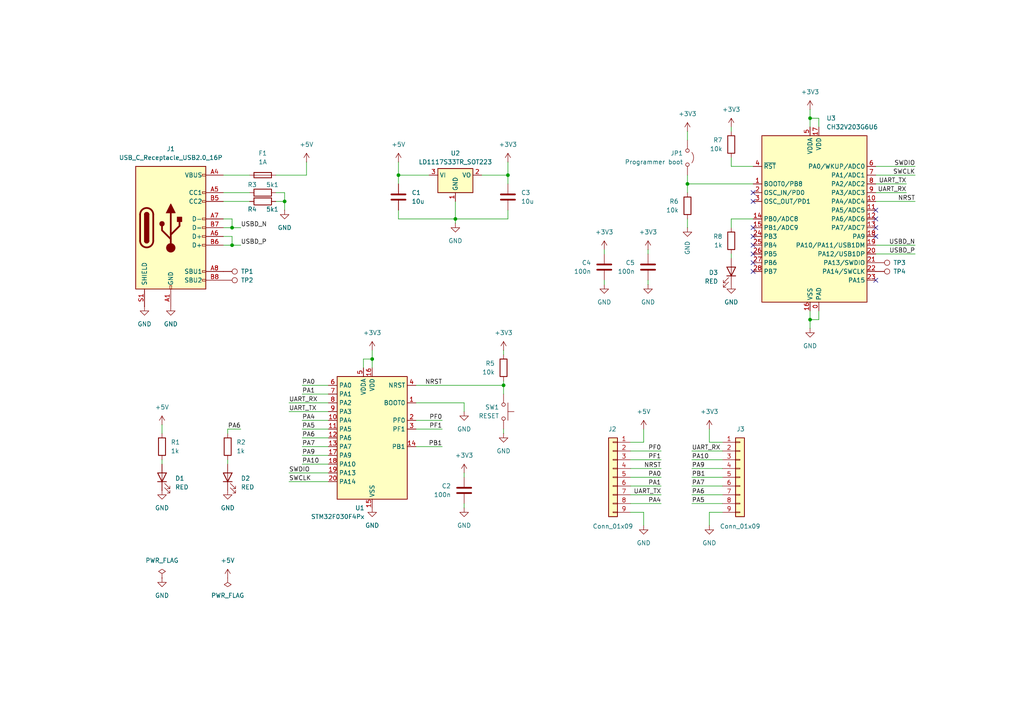
<source format=kicad_sch>
(kicad_sch (version 20231120) (generator "eeschema") (generator_version "8.0")
  (paper "A4")
  (title_block (title "One dollar ARM devboard") (date "2024-11-19") (rev "C") (company "Weisz Pál"))
  (lib_symbols
    (symbol "Connector:TestPoint" (pin_numbers hide) (pin_names (offset 0.762) hide)
      (property "Reference" "TP" (at 0 6.858 0))
      (property "Value" "TestPoint" (at 0 5.08 0))
      (symbol "TestPoint_0_1"
        (circle (center 0 3.302) (radius 0.762))
      )
      (symbol "TestPoint_1_1"
        (pin passive line (at 0 0 90) (length 2.54) (name "1") (number "1"))
      )
    )
    (symbol "Connector:USB_C_Receptacle_USB2.0_16P" (pin_names (offset 1.016))
      (property "Reference" "J" (at 0 22.225 0))
      (property "Value" "USB_C_Receptacle_USB2.0_16P" (at 0 19.685 0))
      (symbol "USB_C_Receptacle_USB2.0_16P_0_0"
        (rectangle (start -0.254 -17.78) (end 0.254 -16.764))
        (rectangle (start 10.16 -14.986) (end 9.144 -15.494))
        (rectangle (start 10.16 -12.446) (end 9.144 -12.954))
        (rectangle (start 10.16 -4.826) (end 9.144 -5.334))
        (rectangle (start 10.16 -2.286) (end 9.144 -2.794))
        (rectangle (start 10.16 0.254) (end 9.144 -0.254))
        (rectangle (start 10.16 2.794) (end 9.144 2.286))
        (rectangle (start 10.16 7.874) (end 9.144 7.366))
        (rectangle (start 10.16 10.414) (end 9.144 9.906))
        (rectangle (start 10.16 15.494) (end 9.144 14.986))
      )
      (symbol "USB_C_Receptacle_USB2.0_16P_0_1"
        (rectangle (start -10.16 17.78) (end 10.16 -17.78) (stroke (width 0.254)) (fill (type background)))
        (arc (start -8.89 -3.81) (mid -6.985 -5.7067) (end -5.08 -3.81) (stroke (width 0.508)))
        (arc (start -7.62 -3.81) (mid -6.985 -4.4423) (end -6.35 -3.81) (stroke (width 0.254)))
        (arc (start -7.62 -3.81) (mid -6.985 -4.4423) (end -6.35 -3.81) (stroke (width 0.254)) (fill (type outline)))
        (rectangle (start -7.62 -3.81) (end -6.35 3.81) (stroke (width 0.254)) (fill (type outline)))
        (arc (start -6.35 3.81) (mid -6.985 4.4423) (end -7.62 3.81) (stroke (width 0.254)))
        (arc (start -6.35 3.81) (mid -6.985 4.4423) (end -7.62 3.81) (stroke (width 0.254)) (fill (type outline)))
        (arc (start -5.08 3.81) (mid -6.985 5.7067) (end -8.89 3.81) (stroke (width 0.508)))
        (circle (center -2.54 1.143) (radius 0.635) (stroke (width 0.254)) (fill (type outline)))
        (circle (center 0 -5.842) (radius 1.27) (fill (type outline)))
        (polyline (pts (xy -8.89 -3.81) (xy -8.89 3.81)) (stroke (width 0.508)))
        (polyline (pts (xy -5.08 3.81) (xy -5.08 -3.81)) (stroke (width 0.508)))
        (polyline (pts (xy 0 -5.842) (xy 0 4.318)) (stroke (width 0.508)))
        (polyline (pts (xy 0 -3.302) (xy -2.54 -0.762) (xy -2.54 0.508)) (stroke (width 0.508)))
        (polyline (pts (xy 0 -2.032) (xy 2.54 0.508) (xy 2.54 1.778)) (stroke (width 0.508)))
        (polyline (pts (xy -1.27 4.318) (xy 0 6.858) (xy 1.27 4.318) (xy -1.27 4.318)) (stroke (width 0.254)) (fill (type outline)))
        (rectangle (start 1.905 1.778) (end 3.175 3.048) (stroke (width 0.254)) (fill (type outline)))
      )
      (symbol "USB_C_Receptacle_USB2.0_16P_1_1"
        (pin passive line (at 0 -22.86 90) (length 5.08) (name "GND") (number "A1"))
        (pin passive line (at 0 -22.86 90) (length 5.08) hide (name "GND") (number "A12"))
        (pin passive line (at 15.24 15.24 180) (length 5.08) (name "VBUS") (number "A4"))
        (pin bidirectional line (at 15.24 10.16 180) (length 5.08) (name "CC1") (number "A5"))
        (pin bidirectional line (at 15.24 -2.54 180) (length 5.08) (name "D+") (number "A6"))
        (pin bidirectional line (at 15.24 2.54 180) (length 5.08) (name "D-") (number "A7"))
        (pin bidirectional line (at 15.24 -12.7 180) (length 5.08) (name "SBU1") (number "A8"))
        (pin passive line (at 15.24 15.24 180) (length 5.08) hide (name "VBUS") (number "A9"))
        (pin passive line (at 0 -22.86 90) (length 5.08) hide (name "GND") (number "B1"))
        (pin passive line (at 0 -22.86 90) (length 5.08) hide (name "GND") (number "B12"))
        (pin passive line (at 15.24 15.24 180) (length 5.08) hide (name "VBUS") (number "B4"))
        (pin bidirectional line (at 15.24 7.62 180) (length 5.08) (name "CC2") (number "B5"))
        (pin bidirectional line (at 15.24 -5.08 180) (length 5.08) (name "D+") (number "B6"))
        (pin bidirectional line (at 15.24 0 180) (length 5.08) (name "D-") (number "B7"))
        (pin bidirectional line (at 15.24 -15.24 180) (length 5.08) (name "SBU2") (number "B8"))
        (pin passive line (at 15.24 15.24 180) (length 5.08) hide (name "VBUS") (number "B9"))
        (pin passive line (at -7.62 -22.86 90) (length 5.08) (name "SHIELD") (number "S1"))
      )
    )
    (symbol "Connector_Generic:Conn_01x09" (pin_names (offset 1.016) hide)
      (property "Reference" "J" (at 0 12.7 0))
      (property "Value" "Conn_01x09" (at 0 -12.7 0))
      (symbol "Conn_01x09_1_1"
        (rectangle (start -1.27 -10.033) (end 0 -10.287) (stroke (width 0.1524)))
        (rectangle (start -1.27 -7.493) (end 0 -7.747) (stroke (width 0.1524)))
        (rectangle (start -1.27 -4.953) (end 0 -5.207) (stroke (width 0.1524)))
        (rectangle (start -1.27 -2.413) (end 0 -2.667) (stroke (width 0.1524)))
        (rectangle (start -1.27 0.127) (end 0 -0.127) (stroke (width 0.1524)))
        (rectangle (start -1.27 2.667) (end 0 2.413) (stroke (width 0.1524)))
        (rectangle (start -1.27 5.207) (end 0 4.953) (stroke (width 0.1524)))
        (rectangle (start -1.27 7.747) (end 0 7.493) (stroke (width 0.1524)))
        (rectangle (start -1.27 10.287) (end 0 10.033) (stroke (width 0.1524)))
        (rectangle (start -1.27 11.43) (end 1.27 -11.43) (stroke (width 0.254)) (fill (type background)))
        (pin passive line (at -5.08 10.16 0) (length 3.81) (name "Pin_1") (number "1"))
        (pin passive line (at -5.08 7.62 0) (length 3.81) (name "Pin_2") (number "2"))
        (pin passive line (at -5.08 5.08 0) (length 3.81) (name "Pin_3") (number "3"))
        (pin passive line (at -5.08 2.54 0) (length 3.81) (name "Pin_4") (number "4"))
        (pin passive line (at -5.08 0 0) (length 3.81) (name "Pin_5") (number "5"))
        (pin passive line (at -5.08 -2.54 0) (length 3.81) (name "Pin_6") (number "6"))
        (pin passive line (at -5.08 -5.08 0) (length 3.81) (name "Pin_7") (number "7"))
        (pin passive line (at -5.08 -7.62 0) (length 3.81) (name "Pin_8") (number "8"))
        (pin passive line (at -5.08 -10.16 0) (length 3.81) (name "Pin_9") (number "9"))
      )
    )
    (symbol "Device:C" (pin_numbers hide) (pin_names (offset 0.254))
      (property "Reference" "C" (at 0.635 2.54 0))
      (property "Value" "C" (at 0.635 -2.54 0))
      (symbol "C_0_1"
        (polyline (pts (xy -2.032 -0.762) (xy 2.032 -0.762)) (stroke (width 0.508)))
        (polyline (pts (xy -2.032 0.762) (xy 2.032 0.762)) (stroke (width 0.508)))
      )
      (symbol "C_1_1"
        (pin passive line (at 0 3.81 270) (length 2.794) (name "~") (number "1"))
        (pin passive line (at 0 -3.81 90) (length 2.794) (name "~") (number "2"))
      )
    )
    (symbol "Device:Fuse" (pin_numbers hide) (pin_names (offset 0))
      (property "Reference" "F" (at 2.032 0 90))
      (property "Value" "Fuse" (at -1.905 0 90))
      (symbol "Fuse_0_1"
        (rectangle (start -0.762 -2.54) (end 0.762 2.54) (stroke (width 0.254)))
        (polyline (pts (xy 0 2.54) (xy 0 -2.54)))
      )
      (symbol "Fuse_1_1"
        (pin passive line (at 0 3.81 270) (length 1.27) (name "~") (number "1"))
        (pin passive line (at 0 -3.81 90) (length 1.27) (name "~") (number "2"))
      )
    )
    (symbol "Device:LED" (pin_numbers hide) (pin_names (offset 1.016) hide)
      (property "Reference" "D" (at 0 2.54 0))
      (property "Value" "LED" (at 0 -2.54 0))
      (symbol "LED_0_1"
        (polyline (pts (xy -1.27 -1.27) (xy -1.27 1.27)) (stroke (width 0.254)))
        (polyline (pts (xy -1.27 0) (xy 1.27 0)))
        (polyline (pts (xy 1.27 -1.27) (xy 1.27 1.27) (xy -1.27 0) (xy 1.27 -1.27)) (stroke (width 0.254)))
        (polyline (pts (xy -3.048 -0.762) (xy -4.572 -2.286) (xy -3.81 -2.286) (xy -4.572 -2.286) (xy -4.572 -1.524)))
        (polyline (pts (xy -1.778 -0.762) (xy -3.302 -2.286) (xy -2.54 -2.286) (xy -3.302 -2.286) (xy -3.302 -1.524)))
      )
      (symbol "LED_1_1"
        (pin passive line (at -3.81 0 0) (length 2.54) (name "K") (number "1"))
        (pin passive line (at 3.81 0 180) (length 2.54) (name "A") (number "2"))
      )
    )
    (symbol "Device:R" (pin_numbers hide) (pin_names (offset 0))
      (property "Reference" "R" (at 2.032 0 90))
      (property "Value" "R" (at 0 0 90))
      (symbol "R_0_1"
        (rectangle (start -1.016 -2.54) (end 1.016 2.54) (stroke (width 0.254)))
      )
      (symbol "R_1_1"
        (pin passive line (at 0 3.81 270) (length 1.27) (name "~") (number "1"))
        (pin passive line (at 0 -3.81 90) (length 1.27) (name "~") (number "2"))
      )
    )
    (symbol "Jumper:Jumper_2_Open" (pin_numbers hide) (pin_names (offset 0) hide) (exclude_from_sim yes)
      (property "Reference" "JP" (at 0 2.794 0))
      (property "Value" "Jumper_2_Open" (at 0 -2.286 0))
      (symbol "Jumper_2_Open_0_0"
        (circle (center -2.032 0) (radius 0.508))
        (circle (center 2.032 0) (radius 0.508))
      )
      (symbol "Jumper_2_Open_0_1"
        (arc (start 1.524 1.27) (mid 0 1.778) (end -1.524 1.27))
      )
      (symbol "Jumper_2_Open_1_1"
        (pin passive line (at -5.08 0 0) (length 2.54) (name "A") (number "1"))
        (pin passive line (at 5.08 0 180) (length 2.54) (name "B") (number "2"))
      )
    )
    (symbol "MCU_ST_STM32F0:STM32F030F4Px"
      (property "Reference" "U" (at -10.16 19.05 0))
      (property "Value" "STM32F030F4Px" (at 5.08 19.05 0))
      (symbol "STM32F030F4Px_0_1"
        (rectangle (start -10.16 -17.78) (end 10.16 17.78) (stroke (width 0.254)) (fill (type background)))
      )
      (symbol "STM32F030F4Px_1_1"
        (pin input line (at -12.7 10.16 0) (length 2.54) (name "BOOT0") (number "1"))
        (pin bidirectional line (at 12.7 5.08 180) (length 2.54) (name "PA4") (number "10"))
        (pin bidirectional line (at 12.7 2.54 180) (length 2.54) (name "PA5") (number "11"))
        (pin bidirectional line (at 12.7 0 180) (length 2.54) (name "PA6") (number "12"))
        (pin bidirectional line (at 12.7 -2.54 180) (length 2.54) (name "PA7") (number "13"))
        (pin bidirectional line (at -12.7 -2.54 0) (length 2.54) (name "PB1") (number "14"))
        (pin power_in line (at 0 -20.32 90) (length 2.54) (name "VSS") (number "15"))
        (pin power_in line (at 0 20.32 270) (length 2.54) (name "VDD") (number "16"))
        (pin bidirectional line (at 12.7 -5.08 180) (length 2.54) (name "PA9") (number "17"))
        (pin bidirectional line (at 12.7 -7.62 180) (length 2.54) (name "PA10") (number "18"))
        (pin bidirectional line (at 12.7 -10.16 180) (length 2.54) (name "PA13") (number "19"))
        (pin bidirectional line (at -12.7 5.08 0) (length 2.54) (name "PF0") (number "2"))
        (pin bidirectional line (at 12.7 -12.7 180) (length 2.54) (name "PA14") (number "20"))
        (pin bidirectional line (at -12.7 2.54 0) (length 2.54) (name "PF1") (number "3"))
        (pin input line (at -12.7 15.24 0) (length 2.54) (name "NRST") (number "4"))
        (pin power_in line (at 2.54 20.32 270) (length 2.54) (name "VDDA") (number "5"))
        (pin bidirectional line (at 12.7 15.24 180) (length 2.54) (name "PA0") (number "6"))
        (pin bidirectional line (at 12.7 12.7 180) (length 2.54) (name "PA1") (number "7"))
        (pin bidirectional line (at 12.7 10.16 180) (length 2.54) (name "PA2") (number "8"))
        (pin bidirectional line (at 12.7 7.62 180) (length 2.54) (name "PA3") (number "9"))
      )
    )
    (symbol "MCU_WCH_CH32V2:CH32V203G6U6"
      (property "Reference" "U" (at 14.478 25.4 0))
      (property "Value" "CH32V203G6U6" (at 13.716 -26.416 0))
      (symbol "CH32V203G6U6_1_1"
        (rectangle (start -15.24 24.13) (end 15.24 -24.13) (stroke (width 0.254)) (fill (type background)))
        (pin power_in line (at 1.27 -26.67 90) (length 2.54) (name "PAD") (number "0"))
        (pin bidirectional line (at -17.78 10.16 0) (length 2.54) (name "BOOT0/PB8") (number "1"))
        (pin bidirectional line (at 17.78 5.08 180) (length 2.54) (name "PA4/ADC4") (number "10"))
        (pin bidirectional line (at 17.78 2.54 180) (length 2.54) (name "PA5/ADC5") (number "11"))
        (pin bidirectional line (at 17.78 0 180) (length 2.54) (name "PA6/ADC6") (number "12"))
        (pin bidirectional line (at 17.78 -2.54 180) (length 2.54) (name "PA7/ADC7") (number "13"))
        (pin bidirectional line (at -17.78 0 0) (length 2.54) (name "PB0/ADC8") (number "14"))
        (pin bidirectional line (at -17.78 -2.54 0) (length 2.54) (name "PB1/ADC9") (number "15"))
        (pin power_in line (at -1.27 -26.67 90) (length 2.54) (name "VSS") (number "16"))
        (pin power_in line (at 1.27 26.67 270) (length 2.54) (name "VDD") (number "17"))
        (pin bidirectional line (at 17.78 -5.08 180) (length 2.54) (name "PA9") (number "18"))
        (pin bidirectional line (at 17.78 -7.62 180) (length 2.54) (name "PA10/PA11/USB1DM") (number "19"))
        (pin bidirectional line (at -17.78 7.62 0) (length 2.54) (name "OSC_IN/PD0") (number "2"))
        (pin bidirectional line (at 17.78 -10.16 180) (length 2.54) (name "PA12/USB1DP") (number "20"))
        (pin bidirectional line (at 17.78 -12.7 180) (length 2.54) (name "PA13/SWDIO") (number "21"))
        (pin bidirectional line (at 17.78 -15.24 180) (length 2.54) (name "PA14/SWCLK") (number "22"))
        (pin bidirectional line (at 17.78 -17.78 180) (length 2.54) (name "PA15") (number "23"))
        (pin bidirectional line (at -17.78 -5.08 0) (length 2.54) (name "PB3") (number "24"))
        (pin bidirectional line (at -17.78 -7.62 0) (length 2.54) (name "PB4") (number "25"))
        (pin bidirectional line (at -17.78 -10.16 0) (length 2.54) (name "PB5") (number "26"))
        (pin bidirectional line (at -17.78 -12.7 0) (length 2.54) (name "PB6") (number "27"))
        (pin bidirectional line (at -17.78 -15.24 0) (length 2.54) (name "PB7") (number "28"))
        (pin bidirectional line (at -17.78 5.08 0) (length 2.54) (name "OSC_OUT/PD1") (number "3"))
        (pin input line (at -17.78 15.24 0) (length 2.54) (name "~{RST}") (number "4"))
        (pin power_in line (at -1.27 26.67 270) (length 2.54) (name "VDDA") (number "5"))
        (pin bidirectional line (at 17.78 15.24 180) (length 2.54) (name "PA0/WKUP/ADC0") (number "6"))
        (pin bidirectional line (at 17.78 12.7 180) (length 2.54) (name "PA1/ADC1") (number "7"))
        (pin bidirectional line (at 17.78 10.16 180) (length 2.54) (name "PA2/ADC2") (number "8"))
        (pin bidirectional line (at 17.78 7.62 180) (length 2.54) (name "PA3/ADC3") (number "9"))
      )
    )
    (symbol "Regulator_Linear:LD1117S33TR_SOT223"
      (property "Reference" "U" (at -3.81 3.175 0))
      (property "Value" "LD1117S33TR_SOT223" (at 0 3.175 0))
      (symbol "LD1117S33TR_SOT223_0_1"
        (rectangle (start -5.08 -5.08) (end 5.08 1.905) (stroke (width 0.254)) (fill (type background)))
      )
      (symbol "LD1117S33TR_SOT223_1_1"
        (pin power_in line (at 0 -7.62 90) (length 2.54) (name "GND") (number "1"))
        (pin power_out line (at 7.62 0 180) (length 2.54) (name "VO") (number "2"))
        (pin power_in line (at -7.62 0 0) (length 2.54) (name "VI") (number "3"))
      )
    )
    (symbol "Switch:SW_Push" (pin_numbers hide) (pin_names (offset 1.016) hide)
      (property "Reference" "SW" (at 1.27 2.54 0))
      (property "Value" "SW_Push" (at 0 -1.524 0))
      (symbol "SW_Push_0_1"
        (circle (center -2.032 0) (radius 0.508))
        (polyline (pts (xy 0 1.27) (xy 0 3.048)))
        (polyline (pts (xy 2.54 1.27) (xy -2.54 1.27)))
        (circle (center 2.032 0) (radius 0.508))
        (pin passive line (at -5.08 0 0) (length 2.54) (name "1") (number "1"))
        (pin passive line (at 5.08 0 180) (length 2.54) (name "2") (number "2"))
      )
    )
    (symbol "power:+3V3" (power) (pin_numbers hide) (pin_names (offset 0) hide)
      (property "Value" "+3V3" (at 0 3.556 0))
      (symbol "+3V3_0_1"
        (polyline (pts (xy -0.762 1.27) (xy 0 2.54)))
        (polyline (pts (xy 0 0) (xy 0 2.54)))
        (polyline (pts (xy 0 2.54) (xy 0.762 1.27)))
      )
      (symbol "+3V3_1_1"
        (pin power_in line (at 0 0 90) (length 0) (name "~") (number "1"))
      )
    )
    (symbol "power:+5V" (power) (pin_numbers hide) (pin_names (offset 0) hide)
      (property "Value" "+5V" (at 0 3.556 0))
      (symbol "+5V_0_1"
        (polyline (pts (xy -0.762 1.27) (xy 0 2.54)))
        (polyline (pts (xy 0 0) (xy 0 2.54)))
        (polyline (pts (xy 0 2.54) (xy 0.762 1.27)))
      )
      (symbol "+5V_1_1"
        (pin power_in line (at 0 0 90) (length 0) (name "~") (number "1"))
      )
    )
    (symbol "power:GND" (power) (pin_numbers hide) (pin_names (offset 0) hide)
      (property "Value" "GND" (at 0 -3.81 0))
      (symbol "GND_0_1"
        (polyline (pts (xy 0 0) (xy 0 -1.27) (xy 1.27 -1.27) (xy 0 -2.54) (xy -1.27 -1.27) (xy 0 -1.27)))
      )
      (symbol "GND_1_1"
        (pin power_in line (at 0 0 270) (length 0) (name "~") (number "1"))
      )
    )
    (symbol "power:PWR_FLAG" (power) (pin_numbers hide) (pin_names (offset 0) hide)
      (property "Value" "PWR_FLAG" (at 0 3.81 0))
      (symbol "PWR_FLAG_0_0"
        (pin power_out line (at 0 0 90) (length 0) (name "~") (number "1"))
      )
      (symbol "PWR_FLAG_0_1"
        (polyline (pts (xy 0 0) (xy 0 1.27) (xy -1.016 1.905) (xy 0 2.54) (xy 1.016 1.905) (xy 0 1.27)))
      )
    )
  )
  (junction (at 234.95 92.71))
  (junction (at 67.31 66.04))
  (junction (at 107.95 104.14))
  (junction (at 82.55 58.42))
  (junction (at 67.31 71.12))
  (junction (at 146.05 111.76))
  (junction (at 115.57 50.8))
  (junction (at 132.08 63.5))
  (junction (at 234.95 34.29))
  (junction (at 147.32 50.8))
  (junction (at 199.39 53.34))
  (no_connect (at 218.44 76.2))
  (no_connect (at 218.44 68.58))
  (no_connect (at 218.44 73.66))
  (no_connect (at 254 81.28))
  (no_connect (at 218.44 66.04))
  (no_connect (at 218.44 78.74))
  (no_connect (at 254 63.5))
  (no_connect (at 218.44 58.42))
  (no_connect (at 254 60.96))
  (no_connect (at 218.44 55.88))
  (no_connect (at 254 68.58))
  (no_connect (at 218.44 71.12))
  (no_connect (at 254 66.04))
  (wire (pts (xy 254 73.66) (xy 265.43 73.66)))
  (wire (pts (xy 46.99 123.19) (xy 46.99 125.73)))
  (wire (pts (xy 146.05 124.46) (xy 146.05 125.73)))
  (wire (pts (xy 87.63 127) (xy 95.25 127)))
  (wire (pts (xy 87.63 132.08) (xy 95.25 132.08)))
  (wire (pts (xy 69.85 124.46) (xy 66.04 124.46)))
  (wire (pts (xy 182.88 135.89) (xy 191.77 135.89)))
  (wire (pts (xy 209.55 135.89) (xy 200.66 135.89)))
  (wire (pts (xy 67.31 68.58) (xy 67.31 71.12)))
  (wire (pts (xy 115.57 53.34) (xy 115.57 50.8)))
  (wire (pts (xy 80.01 58.42) (xy 82.55 58.42)))
  (wire (pts (xy 209.55 138.43) (xy 200.66 138.43)))
  (wire (pts (xy 147.32 60.96) (xy 147.32 63.5)))
  (wire (pts (xy 212.09 63.5) (xy 212.09 66.04)))
  (wire (pts (xy 64.77 68.58) (xy 67.31 68.58)))
  (wire (pts (xy 237.49 90.17) (xy 237.49 92.71)))
  (wire (pts (xy 218.44 48.26) (xy 212.09 48.26)))
  (wire (pts (xy 64.77 63.5) (xy 67.31 63.5)))
  (wire (pts (xy 132.08 58.42) (xy 132.08 63.5)))
  (wire (pts (xy 175.26 81.28) (xy 175.26 82.55)))
  (wire (pts (xy 234.95 90.17) (xy 234.95 92.71)))
  (wire (pts (xy 254 58.42) (xy 265.43 58.42)))
  (wire (pts (xy 199.39 40.64) (xy 199.39 38.1)))
  (wire (pts (xy 134.62 137.16) (xy 134.62 138.43)))
  (wire (pts (xy 205.74 128.27) (xy 209.55 128.27)))
  (wire (pts (xy 115.57 50.8) (xy 124.46 50.8)))
  (wire (pts (xy 147.32 63.5) (xy 132.08 63.5)))
  (wire (pts (xy 64.77 55.88) (xy 72.39 55.88)))
  (wire (pts (xy 209.55 148.59) (xy 205.74 148.59)))
  (wire (pts (xy 199.39 50.8) (xy 199.39 53.34)))
  (wire (pts (xy 134.62 116.84) (xy 120.65 116.84)))
  (wire (pts (xy 95.25 124.46) (xy 87.63 124.46)))
  (wire (pts (xy 199.39 55.88) (xy 199.39 53.34)))
  (wire (pts (xy 234.95 31.75) (xy 234.95 34.29)))
  (wire (pts (xy 95.25 116.84) (xy 83.82 116.84)))
  (wire (pts (xy 146.05 111.76) (xy 146.05 110.49)))
  (wire (pts (xy 209.55 133.35) (xy 200.66 133.35)))
  (wire (pts (xy 212.09 38.1) (xy 212.09 36.83)))
  (wire (pts (xy 234.95 34.29) (xy 234.95 36.83)))
  (wire (pts (xy 67.31 66.04) (xy 69.85 66.04)))
  (wire (pts (xy 254 71.12) (xy 265.43 71.12)))
  (wire (pts (xy 134.62 146.05) (xy 134.62 147.32)))
  (wire (pts (xy 46.99 133.35) (xy 46.99 134.62)))
  (wire (pts (xy 237.49 36.83) (xy 237.49 34.29)))
  (wire (pts (xy 67.31 63.5) (xy 67.31 66.04)))
  (wire (pts (xy 139.7 50.8) (xy 147.32 50.8)))
  (wire (pts (xy 254 48.26) (xy 265.43 48.26)))
  (wire (pts (xy 80.01 55.88) (xy 82.55 55.88)))
  (wire (pts (xy 205.74 148.59) (xy 205.74 152.4)))
  (wire (pts (xy 115.57 63.5) (xy 132.08 63.5)))
  (wire (pts (xy 146.05 111.76) (xy 120.65 111.76)))
  (wire (pts (xy 212.09 73.66) (xy 212.09 74.93)))
  (wire (pts (xy 254 55.88) (xy 262.89 55.88)))
  (wire (pts (xy 107.95 101.6) (xy 107.95 104.14)))
  (wire (pts (xy 134.62 119.38) (xy 134.62 116.84)))
  (wire (pts (xy 237.49 34.29) (xy 234.95 34.29)))
  (wire (pts (xy 209.55 146.05) (xy 200.66 146.05)))
  (wire (pts (xy 88.9 46.99) (xy 88.9 50.8)))
  (wire (pts (xy 64.77 71.12) (xy 67.31 71.12)))
  (wire (pts (xy 254 53.34) (xy 262.89 53.34)))
  (wire (pts (xy 107.95 104.14) (xy 107.95 106.68)))
  (wire (pts (xy 186.69 128.27) (xy 182.88 128.27)))
  (wire (pts (xy 95.25 119.38) (xy 83.82 119.38)))
  (wire (pts (xy 95.25 134.62) (xy 87.63 134.62)))
  (wire (pts (xy 254 50.8) (xy 265.43 50.8)))
  (wire (pts (xy 95.25 139.7) (xy 83.82 139.7)))
  (wire (pts (xy 209.55 130.81) (xy 200.66 130.81)))
  (wire (pts (xy 199.39 53.34) (xy 218.44 53.34)))
  (wire (pts (xy 64.77 50.8) (xy 72.39 50.8)))
  (wire (pts (xy 80.01 50.8) (xy 88.9 50.8)))
  (wire (pts (xy 82.55 55.88) (xy 82.55 58.42)))
  (wire (pts (xy 212.09 45.72) (xy 212.09 48.26)))
  (wire (pts (xy 95.25 111.76) (xy 87.63 111.76)))
  (wire (pts (xy 67.31 71.12) (xy 69.85 71.12)))
  (wire (pts (xy 147.32 50.8) (xy 147.32 53.34)))
  (wire (pts (xy 182.88 138.43) (xy 191.77 138.43)))
  (wire (pts (xy 187.96 72.39) (xy 187.96 73.66)))
  (wire (pts (xy 95.25 114.3) (xy 87.63 114.3)))
  (wire (pts (xy 186.69 148.59) (xy 186.69 152.4)))
  (wire (pts (xy 147.32 50.8) (xy 147.32 46.99)))
  (wire (pts (xy 67.31 66.04) (xy 64.77 66.04)))
  (wire (pts (xy 175.26 72.39) (xy 175.26 73.66)))
  (wire (pts (xy 146.05 111.76) (xy 146.05 114.3)))
  (wire (pts (xy 186.69 124.46) (xy 186.69 128.27)))
  (wire (pts (xy 115.57 60.96) (xy 115.57 63.5)))
  (wire (pts (xy 146.05 102.87) (xy 146.05 101.6)))
  (wire (pts (xy 120.65 124.46) (xy 128.27 124.46)))
  (wire (pts (xy 182.88 140.97) (xy 191.77 140.97)))
  (wire (pts (xy 205.74 124.46) (xy 205.74 128.27)))
  (wire (pts (xy 182.88 148.59) (xy 186.69 148.59)))
  (wire (pts (xy 82.55 58.42) (xy 82.55 60.96)))
  (wire (pts (xy 115.57 50.8) (xy 115.57 46.99)))
  (wire (pts (xy 64.77 58.42) (xy 72.39 58.42)))
  (wire (pts (xy 182.88 130.81) (xy 191.77 130.81)))
  (wire (pts (xy 128.27 121.92) (xy 120.65 121.92)))
  (wire (pts (xy 209.55 140.97) (xy 200.66 140.97)))
  (wire (pts (xy 132.08 63.5) (xy 132.08 64.77)))
  (wire (pts (xy 182.88 146.05) (xy 191.77 146.05)))
  (wire (pts (xy 187.96 81.28) (xy 187.96 82.55)))
  (wire (pts (xy 234.95 92.71) (xy 234.95 95.25)))
  (wire (pts (xy 66.04 133.35) (xy 66.04 134.62)))
  (wire (pts (xy 105.41 106.68) (xy 105.41 104.14)))
  (wire (pts (xy 182.88 143.51) (xy 191.77 143.51)))
  (wire (pts (xy 209.55 143.51) (xy 200.66 143.51)))
  (wire (pts (xy 237.49 92.71) (xy 234.95 92.71)))
  (wire (pts (xy 212.09 63.5) (xy 218.44 63.5)))
  (wire (pts (xy 66.04 124.46) (xy 66.04 125.73)))
  (wire (pts (xy 95.25 137.16) (xy 83.82 137.16)))
  (wire (pts (xy 199.39 66.04) (xy 199.39 63.5)))
  (wire (pts (xy 95.25 121.92) (xy 87.63 121.92)))
  (wire (pts (xy 182.88 133.35) (xy 191.77 133.35)))
  (wire (pts (xy 105.41 104.14) (xy 107.95 104.14)))
  (wire (pts (xy 120.65 129.54) (xy 128.27 129.54)))
  (wire (pts (xy 87.63 129.54) (xy 95.25 129.54)))
  (label "NRST" (at 128.27 111.76 180))
  (label "SWDIO" (at 265.43 48.26 180))
  (label "PA0" (at 191.77 138.43 180))
  (label "PF0" (at 191.77 130.81 180))
  (label "USBD_N" (at 69.85 66.04 0))
  (label "USBD_P" (at 69.85 71.12 0))
  (label "PA10" (at 87.63 134.62 0))
  (label "PB1" (at 128.27 129.54 180))
  (label "PA1" (at 87.63 114.3 0))
  (label "PA4" (at 87.63 121.92 0))
  (label "PF1" (at 128.27 124.46 180))
  (label "PA7" (at 200.66 140.97 0))
  (label "USBD_N" (at 265.43 71.12 180))
  (label "NRST" (at 191.77 135.89 180))
  (label "UART_RX" (at 83.82 116.84 0))
  (label "PA0" (at 87.63 111.76 0))
  (label "UART_TX" (at 262.89 53.34 180))
  (label "PA1" (at 191.77 140.97 180))
  (label "UART_RX" (at 262.89 55.88 180))
  (label "UART_RX" (at 200.66 130.81 0))
  (label "PA10" (at 200.66 133.35 0))
  (label "USBD_P" (at 265.43 73.66 180))
  (label "PA7" (at 87.63 129.54 0))
  (label "PA5" (at 200.66 146.05 0))
  (label "PF1" (at 191.77 133.35 180))
  (label "UART_TX" (at 83.82 119.38 0))
  (label "NRST" (at 265.43 58.42 180))
  (label "PA9" (at 87.63 132.08 0))
  (label "PB1" (at 200.66 138.43 0))
  (label "PA6" (at 69.85 124.46 180))
  (label "SWCLK" (at 265.43 50.8 180))
  (label "SWDIO" (at 83.82 137.16 0))
  (label "SWCLK" (at 83.82 139.7 0))
  (label "PF0" (at 128.27 121.92 180))
  (label "PA5" (at 87.63 124.46 0))
  (label "PA6" (at 200.66 143.51 0))
  (label "PA6" (at 87.63 127 0))
  (label "UART_TX" (at 191.77 143.51 180))
  (label "PA4" (at 191.77 146.05 180))
  (label "PA9" (at 200.66 135.89 0))
  (symbol (lib_id "power:+3V3") (at 212.09 36.83 0) (mirror y) (unit 1)
    (property "Reference" "#PWR028" (effects (hide yes)))
    (property "Value" "+3V3" (at 212.09 31.75 0))
    (property "Description" "Power symbol creates a global label with name \"+3V3\"" (effects (hide yes)))
  )
  (symbol (lib_id "power:GND") (at 134.62 147.32 0) (mirror y) (unit 1)
    (property "Reference" "#PWR014" (effects (hide yes)))
    (property "Value" "GND" (at 134.62 152.4 0))
    (property "Description" "Power symbol creates a global label with name \"GND\" , ground" (effects (hide yes)))
  )
  (symbol (lib_id "power:GND") (at 134.62 119.38 0) (mirror y) (unit 1)
    (property "Reference" "#PWR012" (effects (hide yes)))
    (property "Value" "GND" (at 134.62 124.46 0))
    (property "Description" "Power symbol creates a global label with name \"GND\" , ground" (effects (hide yes)))
  )
  (symbol (lib_id "power:GND") (at 49.53 88.9 0) (unit 1)
    (property "Reference" "#PWR04" (effects (hide yes)))
    (property "Value" "GND" (at 49.53 93.98 0))
    (property "Description" "Power symbol creates a global label with name \"GND\" , ground" (effects (hide yes)))
  )
  (symbol (lib_id "power:+5V") (at 66.04 167.64 0) (unit 1)
    (property "Reference" "#PWR033" (effects (hide yes)))
    (property "Value" "+5V" (at 66.04 162.56 0))
    (property "Description" "Power symbol creates a global label with name \"+5V\"" (effects (hide yes)))
  )
  (symbol (lib_id "Device:C") (at 115.57 57.15 0) (unit 1)
    (property "Reference" "C1" (at 119.38 55.8799 0) (effects (justify left)))
    (property "Value" "10u" (at 119.38 58.4199 0) (effects (justify left)))
    (property "Footprint" "Capacitor_SMD:C_0603_1608Metric" (effects (hide yes)))
    (property "Description" "Unpolarized capacitor" (effects (hide yes)))
  )
  (symbol (lib_id "power:+3V3") (at 147.32 46.99 0) (unit 1)
    (property "Reference" "#PWR017" (effects (hide yes)))
    (property "Value" "+3V3" (at 147.32 41.91 0))
    (property "Description" "Power symbol creates a global label with name \"+3V3\"" (effects (hide yes)))
  )
  (symbol (lib_id "power:+3V3") (at 107.95 101.6 0) (mirror y) (unit 1)
    (property "Reference" "#PWR08" (effects (hide yes)))
    (property "Value" "+3V3" (at 107.95 96.52 0))
    (property "Description" "Power symbol creates a global label with name \"+3V3\"" (effects (hide yes)))
  )
  (symbol (lib_id "power:GND") (at 186.69 152.4 0) (mirror y) (unit 1)
    (property "Reference" "#PWR021" (effects (hide yes)))
    (property "Value" "GND" (at 186.69 157.48 0))
    (property "Description" "Power symbol creates a global label with name \"GND\" , ground" (effects (hide yes)))
  )
  (symbol (lib_id "power:GND") (at 199.39 66.04 0) (mirror y) (unit 1)
    (property "Reference" "#PWR025" (effects (hide yes)))
    (property "Value" "GND" (at 199.3899 69.85 90) (effects (justify right)))
    (property "Description" "Power symbol creates a global label with name \"GND\" , ground" (effects (hide yes)))
  )
  (symbol (lib_id "Connector:TestPoint") (at 64.77 78.74 270) (unit 1)
    (property "Reference" "TP1" (at 69.85 78.74 90) (effects (justify left)))
    (property "Value" "TestPoint" (effects (hide yes)))
    (property "Footprint" "TestPoint:TestPoint_Pad_D1.0mm" (effects (hide yes)))
    (property "Description" "test point" (effects (hide yes)))
  )
  (symbol (lib_id "power:GND") (at 205.74 152.4 0) (mirror y) (unit 1)
    (property "Reference" "#PWR027" (effects (hide yes)))
    (property "Value" "GND" (at 205.74 157.48 0))
    (property "Description" "Power symbol creates a global label with name \"GND\" , ground" (effects (hide yes)))
  )
  (symbol (lib_id "power:+5V") (at 88.9 46.99 0) (unit 1)
    (property "Reference" "#PWR07" (effects (hide yes)))
    (property "Value" "+5V" (at 88.9 41.91 0))
    (property "Description" "Power symbol creates a global label with name \"+5V\"" (effects (hide yes)))
  )
  (symbol (lib_id "Device:Fuse") (at 76.2 50.8 90) (unit 1)
    (property "Reference" "F1" (at 76.2 44.45 90))
    (property "Value" "1A" (at 76.2 46.99 90))
    (property "Footprint" "Fuse:Fuse_1206_3216Metric" (effects (hide yes)))
    (property "Description" "Fuse" (effects (hide yes)))
  )
  (symbol (lib_id "power:GND") (at 66.04 142.24 0) (mirror y) (unit 1)
    (property "Reference" "#PWR05" (effects (hide yes)))
    (property "Value" "GND" (at 66.04 147.32 0))
    (property "Description" "Power symbol creates a global label with name \"GND\" , ground" (effects (hide yes)))
  )
  (symbol (lib_id "Device:R") (at 212.09 69.85 0) (mirror y) (unit 1)
    (property "Reference" "R8" (at 209.55 68.5799 0) (effects (justify left)))
    (property "Value" "1k" (at 209.55 71.1199 0) (effects (justify left)))
    (property "Footprint" "Resistor_SMD:R_0603_1608Metric" (effects (hide yes)))
    (property "Description" "Resistor" (effects (hide yes)))
  )
  (symbol (lib_id "power:+3V3") (at 187.96 72.39 0) (mirror y) (unit 1)
    (property "Reference" "#PWR022" (effects (hide yes)))
    (property "Value" "+3V3" (at 187.96 67.31 0))
    (property "Description" "Power symbol creates a global label with name \"+3V3\"" (effects (hide yes)))
  )
  (symbol (lib_id "Device:R") (at 146.05 106.68 0) (mirror y) (unit 1)
    (property "Reference" "R5" (at 143.51 105.4099 0) (effects (justify left)))
    (property "Value" "10k" (at 143.51 107.9499 0) (effects (justify left)))
    (property "Footprint" "Resistor_SMD:R_0603_1608Metric" (effects (hide yes)))
    (property "Description" "Resistor" (effects (hide yes)))
  )
  (symbol (lib_id "power:GND") (at 41.91 88.9 0) (unit 1)
    (property "Reference" "#PWR01" (effects (hide yes)))
    (property "Value" "GND" (at 41.91 93.98 0))
    (property "Description" "Power symbol creates a global label with name \"GND\" , ground" (effects (hide yes)))
  )
  (symbol (lib_id "Jumper:Jumper_2_Open") (at 199.39 45.72 270) (mirror x) (unit 1) (exclude_from_sim yes)
    (property "Reference" "JP1" (at 198.12 44.4499 90) (effects (justify right)))
    (property "Value" "Programmer boot" (at 198.12 46.9899 90) (effects (justify right)))
    (property "Footprint" "Connector_PinHeader_2.54mm:PinHeader_2x01_P2.54mm_Vertical" (effects (hide yes)))
    (property "Description" "Jumper, 2-pole, open" (effects (hide yes)))
  )
  (symbol (lib_id "Device:R") (at 76.2 58.42 90) (mirror x) (unit 1)
    (property "Reference" "R4" (at 73.152 60.706 90))
    (property "Value" "5k1" (at 78.994 60.706 90))
    (property "Footprint" "Resistor_SMD:R_0603_1608Metric" (effects (hide yes)))
    (property "Description" "Resistor" (effects (hide yes)))
  )
  (symbol (lib_id "power:+3V3") (at 146.05 101.6 0) (mirror y) (unit 1)
    (property "Reference" "#PWR015" (effects (hide yes)))
    (property "Value" "+3V3" (at 146.05 96.52 0))
    (property "Description" "Power symbol creates a global label with name \"+3V3\"" (effects (hide yes)))
  )
  (symbol (lib_id "Connector:TestPoint") (at 64.77 81.28 270) (unit 1)
    (property "Reference" "TP2" (at 69.85 81.28 90) (effects (justify left)))
    (property "Value" "TestPoint" (effects (hide yes)))
    (property "Footprint" "TestPoint:TestPoint_Pad_D1.0mm" (effects (hide yes)))
    (property "Description" "test point" (effects (hide yes)))
  )
  (symbol (lib_id "Device:C") (at 134.62 142.24 0) (mirror y) (unit 1)
    (property "Reference" "C2" (at 130.81 140.9699 0) (effects (justify left)))
    (property "Value" "100n" (at 130.81 143.5099 0) (effects (justify left)))
    (property "Footprint" "Capacitor_SMD:C_0603_1608Metric" (effects (hide yes)))
    (property "Description" "Unpolarized capacitor" (effects (hide yes)))
  )
  (symbol (lib_id "power:GND") (at 187.96 82.55 0) (mirror y) (unit 1)
    (property "Reference" "#PWR023" (effects (hide yes)))
    (property "Value" "GND" (at 187.96 87.63 0))
    (property "Description" "Power symbol creates a global label with name \"GND\" , ground" (effects (hide yes)))
  )
  (symbol (lib_id "Connector_Generic:Conn_01x09") (at 214.63 138.43 0) (unit 1)
    (property "Reference" "J3" (at 213.614 124.46 0) (effects (justify left)))
    (property "Value" "Conn_01x09" (at 208.788 152.654 0) (effects (justify left)))
    (property "Footprint" "Connector_PinHeader_2.54mm:PinHeader_1x09_P2.54mm_Vertical" (effects (hide yes)))
    (property "Description" "Generic connector, single row, 01x09, script generated (kicad-library-utils/schlib/autogen/connector/)" (effects (hide yes)))
  )
  (symbol (lib_id "Connector:TestPoint") (at 254 78.74 270) (unit 1)
    (property "Reference" "TP4" (at 259.08 78.74 90) (effects (justify left)))
    (property "Value" "TestPoint" (effects (hide yes)))
    (property "Footprint" "TestPoint:TestPoint_Pad_D1.0mm" (effects (hide yes)))
    (property "Description" "test point" (effects (hide yes)))
  )
  (symbol (lib_id "Connector_Generic:Conn_01x09") (at 177.8 138.43 0) (mirror y) (unit 1)
    (property "Reference" "J2" (at 178.816 124.46 0) (effects (justify left)))
    (property "Value" "Conn_01x09" (at 183.642 152.654 0) (effects (justify left)))
    (property "Footprint" "Connector_PinHeader_2.54mm:PinHeader_1x09_P2.54mm_Vertical" (effects (hide yes)))
    (property "Description" "Generic connector, single row, 01x09, script generated (kicad-library-utils/schlib/autogen/connector/)" (effects (hide yes)))
  )
  (symbol (lib_id "Device:R") (at 66.04 129.54 0) (unit 1)
    (property "Reference" "R2" (at 68.58 128.2699 0) (effects (justify left)))
    (property "Value" "1k" (at 68.58 130.8099 0) (effects (justify left)))
    (property "Footprint" "Resistor_SMD:R_0603_1608Metric" (effects (hide yes)))
    (property "Description" "Resistor" (effects (hide yes)))
  )
  (symbol (lib_id "Device:LED") (at 212.09 78.74 270) (mirror x) (unit 1)
    (property "Reference" "D3" (at 208.28 79.0574 90) (effects (justify right)))
    (property "Value" "RED" (at 208.28 81.5974 90) (effects (justify right)))
    (property "Footprint" "LED_SMD:LED_0603_1608Metric" (effects (hide yes)))
    (property "Description" "Light emitting diode" (effects (hide yes)))
  )
  (symbol (lib_id "Device:R") (at 46.99 129.54 0) (unit 1)
    (property "Reference" "R1" (at 49.53 128.2699 0) (effects (justify left)))
    (property "Value" "1k" (at 49.53 130.8099 0) (effects (justify left)))
    (property "Footprint" "Resistor_SMD:R_0603_1608Metric" (effects (hide yes)))
    (property "Description" "Resistor" (effects (hide yes)))
  )
  (symbol (lib_id "MCU_WCH_CH32V2:CH32V203G6U6") (at 236.22 63.5 0) (unit 1)
    (property "Reference" "U3" (at 239.6841 34.29 0) (effects (justify left)))
    (property "Value" "CH32V203G6U6" (at 239.6841 36.83 0) (effects (justify left)))
    (property "Footprint" "Package_DFN_QFN:QFN-28-1EP_4x4mm_P0.4mm_EP2.8x2.8mm" (effects (hide yes)))
  )
  (symbol (lib_id "Device:R") (at 76.2 55.88 90) (unit 1)
    (property "Reference" "R3" (at 73.152 53.594 90))
    (property "Value" "5k1" (at 78.994 53.594 90))
    (property "Footprint" "Resistor_SMD:R_0603_1608Metric" (effects (hide yes)))
    (property "Description" "Resistor" (effects (hide yes)))
  )
  (symbol (lib_id "Device:R") (at 212.09 41.91 0) (mirror y) (unit 1)
    (property "Reference" "R7" (at 209.55 40.6399 0) (effects (justify left)))
    (property "Value" "10k" (at 209.55 43.1799 0) (effects (justify left)))
    (property "Footprint" "Resistor_SMD:R_0603_1608Metric" (effects (hide yes)))
    (property "Description" "Resistor" (effects (hide yes)))
  )
  (symbol (lib_id "MCU_ST_STM32F0:STM32F030F4Px") (at 107.95 127 0) (mirror y) (unit 1)
    (property "Reference" "U1" (at 105.7559 147.32 0) (effects (justify left)))
    (property "Value" "STM32F030F4Px" (at 105.7559 149.86 0) (effects (justify left)))
    (property "Footprint" "Package_SO:TSSOP-20_4.4x6.5mm_P0.65mm" (effects (hide yes)))
    (property "Datasheet" "https://www.st.com/resource/en/datasheet/stm32f030f4.pdf" (effects (hide yes)))
    (property "Description" "STMicroelectronics Arm Cortex-M0 MCU, 16KB flash, 4KB RAM, 48 MHz, 2.4-3.6V, 15 GPIO, TSSOP20" (effects (hide yes)))
  )
  (symbol (lib_id "power:+3V3") (at 134.62 137.16 0) (mirror y) (unit 1)
    (property "Reference" "#PWR013" (effects (hide yes)))
    (property "Value" "+3V3" (at 134.62 132.08 0))
    (property "Description" "Power symbol creates a global label with name \"+3V3\"" (effects (hide yes)))
  )
  (symbol (lib_id "power:GND") (at 132.08 64.77 0) (unit 1)
    (property "Reference" "#PWR011" (effects (hide yes)))
    (property "Value" "GND" (at 132.08 69.85 0))
    (property "Description" "Power symbol creates a global label with name \"GND\" , ground" (effects (hide yes)))
  )
  (symbol (lib_id "power:+3V3") (at 175.26 72.39 0) (mirror y) (unit 1)
    (property "Reference" "#PWR018" (effects (hide yes)))
    (property "Value" "+3V3" (at 175.26 67.31 0))
    (property "Description" "Power symbol creates a global label with name \"+3V3\"" (effects (hide yes)))
  )
  (symbol (lib_id "power:GND") (at 212.09 82.55 0) (mirror y) (unit 1)
    (property "Reference" "#PWR029" (effects (hide yes)))
    (property "Value" "GND" (at 212.09 87.63 0))
    (property "Description" "Power symbol creates a global label with name \"GND\" , ground" (effects (hide yes)))
  )
  (symbol (lib_id "power:+3V3") (at 234.95 31.75 0) (mirror y) (unit 1)
    (property "Reference" "#PWR030" (effects (hide yes)))
    (property "Value" "+3V3" (at 234.95 26.67 0))
    (property "Description" "Power symbol creates a global label with name \"+3V3\"" (effects (hide yes)))
  )
  (symbol (lib_id "power:PWR_FLAG") (at 46.99 167.64 0) (unit 1)
    (property "Reference" "#FLG01" (effects (hide yes)))
    (property "Value" "PWR_FLAG" (at 46.99 162.56 0))
    (property "Description" "Special symbol for telling ERC where power comes from" (effects (hide yes)))
  )
  (symbol (lib_id "Device:LED") (at 46.99 138.43 90) (unit 1)
    (property "Reference" "D1" (at 50.8 138.7474 90) (effects (justify right)))
    (property "Value" "RED" (at 50.8 141.2874 90) (effects (justify right)))
    (property "Footprint" "LED_SMD:LED_0603_1608Metric" (effects (hide yes)))
    (property "Description" "Light emitting diode" (effects (hide yes)))
  )
  (symbol (lib_id "power:PWR_FLAG") (at 66.04 167.64 180) (unit 1)
    (property "Reference" "#FLG02" (effects (hide yes)))
    (property "Value" "PWR_FLAG" (at 66.04 172.72 0))
    (property "Description" "Special symbol for telling ERC where power comes from" (effects (hide yes)))
  )
  (symbol (lib_id "power:+3V3") (at 205.74 124.46 0) (mirror y) (unit 1)
    (property "Reference" "#PWR026" (effects (hide yes)))
    (property "Value" "+3V3" (at 205.74 119.38 0))
    (property "Description" "Power symbol creates a global label with name \"+3V3\"" (effects (hide yes)))
  )
  (symbol (lib_id "power:+5V") (at 46.99 123.19 0) (unit 1)
    (property "Reference" "#PWR02" (effects (hide yes)))
    (property "Value" "+5V" (at 46.99 118.11 0))
    (property "Description" "Power symbol creates a global label with name \"+5V\"" (effects (hide yes)))
  )
  (symbol (lib_id "Regulator_Linear:LD1117S33TR_SOT223") (at 132.08 50.8 0) (unit 1)
    (property "Reference" "U2" (at 132.08 44.45 0))
    (property "Value" "LD1117S33TR_SOT223" (at 132.08 46.99 0))
    (property "Footprint" "Package_TO_SOT_SMD:SOT-223-3_TabPin2" (effects (hide yes)))
    (property "Datasheet" "http://www.st.com/st-web-ui/static/active/en/resource/technical/document/datasheet/CD00000544.pdf" (effects (hide yes)))
    (property "Description" "800mA Fixed Low Drop Positive Voltage Regulator, Fixed Output 3.3V, SOT-223" (effects (hide yes)))
  )
  (symbol (lib_id "power:GND") (at 82.55 60.96 0) (unit 1)
    (property "Reference" "#PWR06" (effects (hide yes)))
    (property "Value" "GND" (at 82.55 66.04 0))
    (property "Description" "Power symbol creates a global label with name \"GND\" , ground" (effects (hide yes)))
  )
  (symbol (lib_id "power:GND") (at 46.99 142.24 0) (unit 1)
    (property "Reference" "#PWR03" (effects (hide yes)))
    (property "Value" "GND" (at 46.99 147.32 0))
    (property "Description" "Power symbol creates a global label with name \"GND\" , ground" (effects (hide yes)))
  )
  (symbol (lib_id "power:GND") (at 46.99 167.64 0) (unit 1)
    (property "Reference" "#PWR032" (effects (hide yes)))
    (property "Value" "GND" (at 46.99 172.72 0))
    (property "Description" "Power symbol creates a global label with name \"GND\" , ground" (effects (hide yes)))
  )
  (symbol (lib_id "Connector:TestPoint") (at 254 76.2 270) (unit 1)
    (property "Reference" "TP3" (at 259.08 76.2 90) (effects (justify left)))
    (property "Value" "TestPoint" (effects (hide yes)))
    (property "Footprint" "TestPoint:TestPoint_Pad_D1.0mm" (effects (hide yes)))
    (property "Description" "test point" (effects (hide yes)))
  )
  (symbol (lib_id "power:GND") (at 234.95 95.25 0) (mirror y) (unit 1)
    (property "Reference" "#PWR031" (effects (hide yes)))
    (property "Value" "GND" (at 234.95 100.33 0))
    (property "Description" "Power symbol creates a global label with name \"GND\" , ground" (effects (hide yes)))
  )
  (symbol (lib_id "Connector:USB_C_Receptacle_USB2.0_16P") (at 49.53 66.04 0) (unit 1)
    (property "Reference" "J1" (at 49.53 43.18 0))
    (property "Value" "USB_C_Receptacle_USB2.0_16P" (at 49.53 45.72 0))
    (property "Footprint" "jlcpcb:USB_C_Receptacle_G-Switch_GT-USB-7010ASV" (effects (hide yes)))
    (property "Datasheet" "https://www.usb.org/sites/default/files/documents/usb_type-c.zip" (effects (hide yes)))
    (property "Description" "USB 2.0-only 16P Type-C Receptacle connector" (effects (hide yes)))
  )
  (symbol (lib_id "power:+3V3") (at 199.39 38.1 0) (mirror y) (unit 1)
    (property "Reference" "#PWR024" (effects (hide yes)))
    (property "Value" "+3V3" (at 199.39 33.02 0))
    (property "Description" "Power symbol creates a global label with name \"+3V3\"" (effects (hide yes)))
  )
  (symbol (lib_id "Device:C") (at 147.32 57.15 0) (unit 1)
    (property "Reference" "C3" (at 151.13 55.8799 0) (effects (justify left)))
    (property "Value" "10u" (at 151.13 58.4199 0) (effects (justify left)))
    (property "Footprint" "Capacitor_SMD:C_0603_1608Metric" (effects (hide yes)))
    (property "Description" "Unpolarized capacitor" (effects (hide yes)))
  )
  (symbol (lib_id "power:+5V") (at 115.57 46.99 0) (unit 1)
    (property "Reference" "#PWR010" (effects (hide yes)))
    (property "Value" "+5V" (at 115.57 41.91 0))
    (property "Description" "Power symbol creates a global label with name \"+5V\"" (effects (hide yes)))
  )
  (symbol (lib_id "power:GND") (at 107.95 147.32 0) (mirror y) (unit 1)
    (property "Reference" "#PWR09" (effects (hide yes)))
    (property "Value" "GND" (at 107.95 152.4 0))
    (property "Description" "Power symbol creates a global label with name \"GND\" , ground" (effects (hide yes)))
  )
  (symbol (lib_id "Switch:SW_Push") (at 146.05 119.38 270) (mirror x) (unit 1)
    (property "Reference" "SW1" (at 144.78 118.1099 90) (effects (justify right)))
    (property "Value" "RESET" (at 144.78 120.6499 90) (effects (justify right)))
    (property "Footprint" "Button_Switch_SMD:SW_SPST_TL3342" (effects (hide yes)))
    (property "Description" "Push button switch, generic, two pins" (effects (hide yes)))
  )
  (symbol (lib_id "Device:LED") (at 66.04 138.43 90) (unit 1)
    (property "Reference" "D2" (at 69.85 138.7474 90) (effects (justify right)))
    (property "Value" "RED" (at 69.85 141.2874 90) (effects (justify right)))
    (property "Footprint" "LED_SMD:LED_0603_1608Metric" (effects (hide yes)))
    (property "Description" "Light emitting diode" (effects (hide yes)))
  )
  (symbol (lib_id "Device:C") (at 187.96 77.47 0) (mirror y) (unit 1)
    (property "Reference" "C5" (at 184.15 76.1999 0) (effects (justify left)))
    (property "Value" "100n" (at 184.15 78.7399 0) (effects (justify left)))
    (property "Footprint" "Capacitor_SMD:C_0603_1608Metric" (effects (hide yes)))
    (property "Description" "Unpolarized capacitor" (effects (hide yes)))
  )
  (symbol (lib_id "Device:C") (at 175.26 77.47 0) (mirror y) (unit 1)
    (property "Reference" "C4" (at 171.45 76.1999 0) (effects (justify left)))
    (property "Value" "100n" (at 171.45 78.7399 0) (effects (justify left)))
    (property "Footprint" "Capacitor_SMD:C_0603_1608Metric" (effects (hide yes)))
    (property "Description" "Unpolarized capacitor" (effects (hide yes)))
  )
  (symbol (lib_id "Device:R") (at 199.39 59.69 0) (mirror y) (unit 1)
    (property "Reference" "R6" (at 196.85 58.4199 0) (effects (justify left)))
    (property "Value" "10k" (at 196.85 60.9599 0) (effects (justify left)))
    (property "Footprint" "Resistor_SMD:R_0603_1608Metric" (effects (hide yes)))
    (property "Description" "Resistor" (effects (hide yes)))
  )
  (symbol (lib_id "power:GND") (at 146.05 125.73 0) (mirror y) (unit 1)
    (property "Reference" "#PWR016" (effects (hide yes)))
    (property "Value" "GND" (at 146.05 130.81 0))
    (property "Description" "Power symbol creates a global label with name \"GND\" , ground" (effects (hide yes)))
  )
  (symbol (lib_id "power:GND") (at 175.26 82.55 0) (mirror y) (unit 1)
    (property "Reference" "#PWR019" (effects (hide yes)))
    (property "Value" "GND" (at 175.26 87.63 0))
    (property "Description" "Power symbol creates a global label with name \"GND\" , ground" (effects (hide yes)))
  )
  (symbol (lib_id "power:+5V") (at 186.69 124.46 0) (unit 1)
    (property "Reference" "#PWR020" (effects (hide yes)))
    (property "Value" "+5V" (at 186.69 119.38 0))
    (property "Description" "Power symbol creates a global label with name \"+5V\"" (effects (hide yes)))
  )
)
</source>
